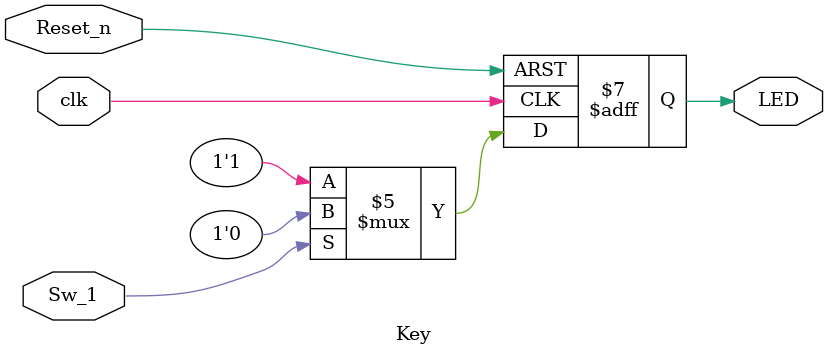
<source format=v>
module Key(
    input clk,
    input Reset_n,
    input Sw_1,      // °´¼üÊäÈë£¬µÍÓÐÐ§
    output reg LED   // LED Êä³ö
);

always @(posedge clk or negedge Reset_n) begin
    if (!Reset_n) 
        LED <= 1'b0;           // Òì²½¸´Î»£¬LED Ï¨Ãð
    else if (Sw_1 == 1'b0)     
        LED <= 1'b1;           // °´ÏÂ LED µãÁÁ
    else
        LED <= 1'b0;           // ËÉ¿ª LED Ï¨Ãð
end

endmodule

</source>
